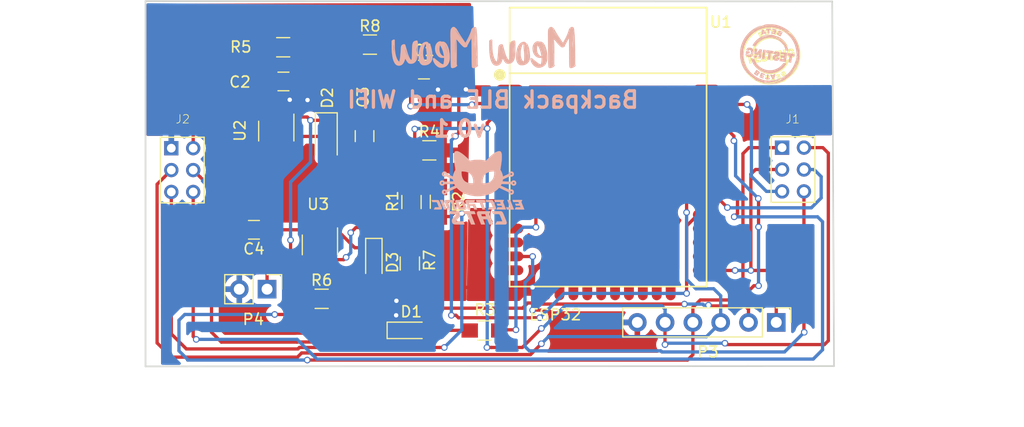
<source format=kicad_pcb>
(kicad_pcb (version 20221018) (generator pcbnew)
  (title_block (title "Backpack BLE HID") (date "2019-03-18") (rev "0.3") (company "Electronic Cats") (comment 4 "Andres Sabas"))
  (layers (0 "F.Cu" signal) (31 "B.Cu" signal) (34 "B.Paste" user) (35 "F.Paste" user) (36 "B.SilkS" user "B.Silkscreen") (37 "F.SilkS" user "F.Silkscreen") (38 "B.Mask" user) (39 "F.Mask" user) (44 "Edge.Cuts" user))
  (net 0 "")
  (net 1 "+3V3")
  (net 2 "GND")
  (net 3 "VCC")
  (net 4 "+BATT")
  (net 5 "Net-(D1-Pad2)")
  (net 6 "Net-(D3-Pad1)")
  (net 7 "Net-(D3-Pad2)")
  (net 8 "/MOSI")
  (net 9 "/MISO")
  (net 10 "/SCK")
  (net 11 "/AN35_BAT")
  (net 12 "Net-(R5-Pad1)")
  (net 13 "Net-(R7-Pad1)")
  (net 14 "Net-(R7-Pad2)")
  (net 15 "Net-(U1-Pad36)")
  (net 16 "Net-(U1-Pad33)")
  (net 17 "Net-(U1-Pad32)")
  (net 18 "Net-(U1-Pad28)")
  (net 19 "Net-(U1-Pad27)")
  (net 20 "Net-(U1-Pad26)")
  (net 21 "Net-(U1-Pad24)")
  (net 22 "Net-(U1-Pad23)")
  (net 23 "Net-(U1-Pad22)")
  (net 24 "Net-(U1-Pad21)")
  (net 25 "Net-(U1-Pad20)")
  (net 26 "Net-(U1-Pad19)")
  (net 27 "Net-(U1-Pad18)")
  (net 28 "Net-(U1-Pad17)")
  (net 29 "Net-(U1-Pad14)")
  (net 30 "Net-(U1-Pad12)")
  (net 31 "Net-(U1-Pad11)")
  (net 32 "Net-(U1-Pad8)")
  (net 33 "Net-(U1-Pad6)")
  (net 34 "Net-(U1-Pad5)")
  (net 35 "Net-(U1-Pad4)")
  (net 36 "/ESP_GPIO0")
  (net 37 "/ESP_RESET")
  (net 38 "/ESP_RTS")
  (net 39 "/ESP_BUSY")
  (net 40 "/ESP_TX")
  (net 41 "/ESP_RX")
  (net 42 "/ESP_CS")
  (net 43 "/IO25")
  (net 44 "Net-(U1-Pad16)")
  (net 45 "Net-(U1-Pad7)")
  (footprint "LEDs:LED_0805_HandSoldering" (layer "F.Cu") (at 166.588 101.198 -90)
    (fp_text reference "D3")
    (fp_text value "LED")
  )
  (footprint "Resistors_SMD:R_0805_HandSoldering" (layer "F.Cu") (at 169.878 101.288 90)
    (fp_text reference "R7")
    (fp_text value "4.7K")
  )
  (footprint "Resistors_SMD:R_0805_HandSoldering" (layer "F.Cu") (at 170.028 95.673 -90)
    (fp_text reference "R1")
    (fp_text value "100k")
  )
  (footprint "Resistors_SMD:R_0805_HandSoldering" (layer "F.Cu") (at 172.628 95.648 -90)
    (fp_text reference "R2")
    (fp_text value "100k")
  )
  (footprint "Capacitors_SMD:C_0805_HandSoldering" (layer "F.Cu") (at 165.738 89.648 90)
    (fp_text reference "C3")
    (fp_text value "10uF")
  )
  (footprint "Capacitors_SMD:C_0805_HandSoldering" (layer "F.Cu") (at 171.168 83.568)
    (fp_text reference "C1")
    (fp_text value "0.1uF")
  )
  (footprint "Resistors_SMD:R_0805_HandSoldering" (layer "F.Cu") (at 171.658 90.948)
    (fp_text reference "R4")
    (fp_text value "10k")
  )
  (footprint "Resistors_SMD:R_0805_HandSoldering" (layer "F.Cu") (at 176.7 107.415 180)
    (fp_text reference "R3")
    (fp_text value "330")
  )
  (footprint "ESP32-footprints-Lib:ESP32-WROOM" (layer "F.Cu") (at 188 90.65 180)
    (fp_text reference "U1")
    (fp_text value "ESP32-WROOM")
  )
  (footprint "Pin_Headers:Pin_Header_Straight_1x06_Pitch2.54mm" (layer "F.Cu") (at 203.37 106.675 -90)
    (fp_text reference "P3")
    (fp_text value "PROGRAMMER SERIAL")
  )
  (footprint "LEDs:LED_0805_HandSoldering" (layer "F.Cu") (at 170 107.4)
    (fp_text reference "D1")
    (fp_text value "LED")
  )
  (footprint "TO_SOT_Packages_SMD:SOT-23-5_HandSoldering" (layer "F.Cu") (at 157.668 89.188 -90)
    (fp_text reference "U2")
    (fp_text value "AP2112K-3.3TRG1")
  )
  (footprint "Capacitors_SMD:C_0805_HandSoldering" (layer "F.Cu") (at 158.325 84.65 180)
    (fp_text reference "C2")
    (fp_text value "10uF")
  )
  (footprint "Resistors_SMD:R_0805_HandSoldering" (layer "F.Cu") (at 158.3 81.525)
    (fp_text reference "R5")
    (fp_text value "10k")
  )
  (footprint "Diodes_SMD:D_SOD-123F" (layer "F.Cu") (at 162.238 89.718 -90)
    (fp_text reference "D2")
    (fp_text value "D_Schottky")
  )
  (footprint "Pin_Headers:Pin_Header_Straight_1x02_Pitch2.54mm" (layer "F.Cu") (at 156.828 103.638 -90)
    (fp_text reference "P4")
    (fp_text value "Battery")
  )
  (footprint "TO_SOT_Packages_SMD:SOT-23-5_HandSoldering" (layer "F.Cu") (at 161.658 99.588 -90)
    (fp_text reference "U3")
    (fp_text value "MCP73831T-2ACI/OT")
  )
  (footprint "Resistors_SMD:R_0805_HandSoldering" (layer "F.Cu") (at 161.818 104.518)
    (fp_text reference "R6")
    (fp_text value "1K")
  )
  (footprint "Capacitors_SMD:C_0805_HandSoldering" (layer "F.Cu") (at 155.628 98.208 180)
    (fp_text reference "C4")
    (fp_text value "10uF")
  )
  (footprint "Resistors_SMD:R_0805_HandSoldering" (layer "F.Cu") (at 166.233 81.283)
    (fp_text reference "R8")
    (fp_text value "10K")
  )
  (footprint "Aesthetics:beta_testing" (layer "F.Cu") (at 202.833 82.333)
    (fp_text reference "G***" hide)
    (fp_text value "LOGO" hide)
  )
  (footprint "Pines:62000621121" (layer "F.Cu") (at 204.9 92.7 -90)
    (fp_text reference "J1")
    (fp_text value "Conn_02x03_Odd_Even")
  )
  (footprint "Pines:62000621121" (layer "F.Cu") (at 149.075 92.75 -90)
    (fp_text reference "J2")
    (fp_text value "Conn_02x03_Odd_Even")
  )
  (footprint "Aesthetics:electronic_cats_logo_8x6" (layer "B.Cu") (at 176.1 94.375 180)
    (fp_text reference "G***" hide)
    (fp_text value "LOGO" hide)
  )
  (footprint "Aesthetics:meowmeow_logo_21x8" (layer "B.Cu") (at 176.575 81.65 180)
    (fp_text reference "G***" hide)
    (fp_text value "LOGO" hide)
  )
  (footprint "Aesthetics:beta_testing" (layer "B.Cu") (at 202.8 82.25 180)
    (fp_text reference "G***" hide)
    (fp_text value "LOGO" hide)
  )
  (gr_line (start 208.488 77.338) (end 208.648 110.668) (stroke (width 0.15)) (layer "Edge.Cuts"))
  (gr_line (start 208.648 110.668) (end 145.718 110.698) (stroke (width 0.15)) (layer "Edge.Cuts"))
  (gr_line (start 145.718 77.308) (end 208.488 77.338) (stroke (width 0.15)) (layer "Edge.Cuts"))
  (gr_line (start 145.718 110.698) (end 145.718 77.308) (stroke (width 0.15)) (layer "Edge.Cuts"))
  (gr_text "v0.1" (at 174.425 88.975) (layer "B.SilkS") (effects (font (size 1.5 1.5) (thickness 0.3)) (justify mirror)))
  (gr_text "Backpack BLE and WIFI" (at 177.475 86.325) (layer "B.SilkS") (effects (font (size 1.5 1.5) (thickness 0.3)) (justify mirror)))
  (segment (start 165.45 85.45) (end 167.25 85.45) (width 0.3) (layer "F.Cu") (net 1))
  (segment (start 167.45 85.65) (end 167.25 85.45) (width 0.3) (layer "F.Cu") (net 1))
  (segment (start 167.45 85.65) (end 167.65 85.45) (width 0.3) (layer "F.Cu") (net 1))
  (segment (start 166.663 90.898) (end 167.45 90.111) (width 0.3) (layer "F.Cu") (net 1))
  (segment (start 160.106 89.675) (end 163.25 89.675) (width 0.3) (layer "F.Cu") (net 1))
  (segment (start 164.883 84.883) (end 165.45 85.45) (width 0.3) (layer "F.Cu") (net 1))
  (segment (start 169.95 83.6) (end 169.918 83.568) (width 0.3) (layer "F.Cu") (net 1))
  (segment (start 164.883 81.283) (end 164.883 84.883) (width 0.3) (layer "F.Cu") (net 1))
  (segment (start 167.45 85.45) (end 167.65 85.45) (width 0.3) (layer "F.Cu") (net 1))
  (segment (start 159.243 90.538) (end 160.106 89.675) (width 0.3) (layer "F.Cu") (net 1))
  (segment (start 169.95 85.775) (end 169.95 83.6) (width 0.3) (layer "F.Cu") (net 1))
  (segment (start 167.45 85.775) (end 167.45 85.65) (width 0.3) (layer "F.Cu") (net 1))
  (segment (start 167.45 85.775) (end 167.45 85.45) (width 0.3) (layer "F.Cu") (net 1))
  (segment (start 167.65 85.45) (end 169.7 85.45) (width 0.3) (layer "F.Cu") (net 1))
  (segment (start 167.45 90.111) (end 167.45 85.775) (width 0.3) (layer "F.Cu") (net 1))
  (segment (start 158.618 90.538) (end 159.243 90.538) (width 0.3) (layer "F.Cu") (net 1))
  (segment (start 169.7 85.45) (end 169.7 85.525) (width 0.3) (layer "F.Cu") (net 1))
  (segment (start 164.473 90.898) (end 165.738 90.898) (width 0.3) (layer "F.Cu") (net 1))
  (segment (start 175.655 86.67) (end 175.55 86.775) (width 0.3) (layer "F.Cu") (net 1))
  (segment (start 169.7 85.45) (end 169.7 85.386) (width 0.3) (layer "F.Cu") (net 1))
  (segment (start 169.7 85.386) (end 169.918 85.168) (width 0.3) (layer "F.Cu") (net 1))
  (segment (start 179 86.67) (end 175.655 86.67) (width 0.3) (layer "F.Cu") (net 1))
  (segment (start 169.95 86.9) (end 169.95 85.775) (width 0.3) (layer "F.Cu") (net 1))
  (segment (start 167.25 85.45) (end 167.45 85.45) (width 0.3) (layer "F.Cu") (net 1))
  (segment (start 165.738 90.898) (end 166.663 90.898) (width 0.3) (layer "F.Cu") (net 1))
  (segment (start 169.918 85.168) (end 169.918 83.568) (width 0.3) (layer "F.Cu") (net 1))
  (segment (start 169.7 85.525) (end 169.95 85.775) (width 0.3) (layer "F.Cu") (net 1))
  (segment (start 163.25 89.675) (end 164.473 90.898) (width 0.3) (layer "F.Cu") (net 1))
  (via (at 169.95 86.9) (size 0.6) (drill 0.4) (layers "F.Cu" "B.Cu") (net 1))
  (via (at 175.55 86.775) (size 0.6) (drill 0.4) (layers "F.Cu" "B.Cu") (net 1))
  (segment (start 170.075 86.775) (end 169.95 86.9) (width 0.3) (layer "B.Cu") (net 1))
  (segment (start 175.55 86.775) (end 170.075 86.775) (width 0.3) (layer "B.Cu") (net 1))
  (segment (start 182.575 105.55) (end 181.1 105.55) (width 0.3) (layer "F.Cu") (net 2))
  (segment (start 172.175 104.7) (end 168.65 104.7) (width 0.3) (layer "F.Cu") (net 2))
  (segment (start 174.058 90.948) (end 174.475 91.365) (width 0.3) (layer "F.Cu") (net 2))
  (segment (start 165.738 87.348) (end 164.715 86.325) (width 0.3) (layer "F.Cu") (net 2))
  (segment (start 183.7 106.675) (end 182.575 105.55) (width 0.3) (layer "F.Cu") (net 2))
  (segment (start 172.628 104.247) (end 172.175 104.7) (width 0.3) (layer "F.Cu") (net 2))
  (segment (start 173.975 95.75) (end 173.975 96.625) (width 0.3) (layer "F.Cu") (net 2))
  (segment (start 172.628 103.747) (end 172.628 104.247) (width 0.3) (layer "F.Cu") (net 2))
  (segment (start 158.9 86.325) (end 158.475736 86.325) (width 0.3) (layer "F.Cu") (net 2))
  (segment (start 181.1 103.475) (end 173 103.475) (width 0.3) (layer "F.Cu") (net 2))
  (segment (start 190.67 106.675) (end 183.7 106.675) (width 0.3) (layer "F.Cu") (net 2))
  (segment (start 157.45 86.3) (end 157.525 86.3) (width 0.3) (layer "F.Cu") (net 2))
  (segment (start 172.45 85.4) (end 172.45 83.6) (width 0.3) (layer "F.Cu") (net 2))
  (segment (start 157.668 87.838) (end 157.668 86.443) (width 0.3) (layer "F.Cu") (net 2))
  (segment (start 168.625 106.025) (end 168.625 107.375) (width 0.3) (layer "F.Cu") (net 2))
  (segment (start 175.025 85.4) (end 175 85.375) (width 0.3) (layer "F.Cu") (net 2))
  (segment (start 174.475 91.365) (end 174.475 95.25) (width 0.3) (layer "F.Cu") (net 2))
  (segment (start 179 85.4) (end 175.025 85.4) (width 0.3) (layer "F.Cu") (net 2))
  (segment (start 173.602 96.998) (end 172.628 96.998) (width 0.3) (layer "F.Cu") (net 2))
  (segment (start 173.975 96.625) (end 173.602 96.998) (width 0.3) (layer "F.Cu") (net 2))
  (segment (start 157.45 86.3) (end 157.075 85.925) (width 0.3) (layer "F.Cu") (net 2))
  (segment (start 172.628 103.747) (end 172.728 103.747) (width 0.3) (layer "F.Cu") (net 2))
  (segment (start 182.21 103.475) (end 182.285 103.4) (width 0.3) (layer "F.Cu") (net 2))
  (segment (start 172.628 103.403) (end 172.628 103.747) (width 0.3) (layer "F.Cu") (net 2))
  (segment (start 172.628 96.998) (end 172.628 103.103) (width 0.3) (layer "F.Cu") (net 2))
  (segment (start 173 103.475) (end 172.7 103.475) (width 0.3) (layer "F.Cu") (net 2))
  (segment (start 172.728 103.747) (end 173 103.475) (width 0.3) (layer "F.Cu") (net 2))
  (segment (start 165.738 88.398) (end 165.738 87.348) (width 0.3) (layer "F.Cu") (net 2))
  (segment (start 174.475 95.25) (end 173.975 95.75) (width 0.3) (layer "F.Cu") (net 2))
  (segment (start 160.55 86.325) (end 160.525 86.35) (width 0.3) (layer "F.Cu") (net 2))
  (segment (start 181.1 103.475) (end 182.21 103.475) (width 0.3) (layer "F.Cu") (net 2))
  (segment (start 168.625 107.375) (end 168.65 107.4) (width 0.3) (layer "F.Cu") (net 2))
  (segment (start 157.525 86.3) (end 157.668 86.443) (width 0.3) (layer "F.Cu") (net 2))
  (segment (start 158.475736 86.325) (end 158.450736 86.3) (width 0.3) (layer "F.Cu") (net 2))
  (segment (start 172.7 103.475) (end 172.628 103.403) (width 0.3) (layer "F.Cu") (net 2))
  (segment (start 172.628 103.103) (end 173 103.475) (width 0.3) (layer "F.Cu") (net 2))
  (segment (start 172.628 103.103) (end 172.628 103.353) (width 0.3) (layer "F.Cu") (net 2))
  (segment (start 164.715 86.325) (end 160.55 86.325) (width 0.3) (layer "F.Cu") (net 2))
  (segment (start 157.075 85.925) (end 157.075 84.65) (width 0.3) (layer "F.Cu") (net 2))
  (segment (start 173.008 90.948) (end 174.058 90.948) (width 0.3) (layer "F.Cu") (net 2))
  (segment (start 158.450736 86.3) (end 157.8 86.3) (width 0.3) (layer "F.Cu") (net 2))
  (segment (start 157.668 86.443) (end 157.668 86.432) (width 0.3) (layer "F.Cu") (net 2))
  (segment (start 172.628 103.353) (end 172.628 103.403) (width 0.3) (layer "F.Cu") (net 2))
  (segment (start 172.45 83.6) (end 172.418 83.568) (width 0.3) (layer "F.Cu") (net 2))
  (segment (start 157.668 86.432) (end 157.8 86.3) (width 0.3) (layer "F.Cu") (net 2))
  (segment (start 157.8 86.3) (end 157.45 86.3) (width 0.3) (layer "F.Cu") (net 2))
  (via (at 160.525 86.35) (size 0.6) (drill 0.4) (layers "F.Cu" "B.Cu") (net 2))
  (via (at 168.65 104.7) (size 0.6) (drill 0.4) (layers "F.Cu" "B.Cu") (net 2))
  (via (at 181.1 103.475) (size 0.6) (drill 0.4) (layers "F.Cu" "B.Cu") (net 2))
  (via (at 158.9 86.325) (size 0.6) (drill 0.4) (layers "F.Cu" "B.Cu") (net 2))
  (via (at 181.1 105.55) (size 0.6) (drill 0.4) (layers "F.Cu" "B.Cu") (net 2))
  (via (at 175 85.375) (size 0.6) (drill 0.4) (layers "F.Cu" "B.Cu") (net 2))
  (via (at 168.625 106.025) (size 0.6) (drill 0.4) (layers "F.Cu" "B.Cu") (net 2))
  (via (at 172.45 85.4) (size 0.6) (drill 0.4) (layers "F.Cu" "B.Cu") (net 2))
  (segment (start 175 85.375) (end 172.9 85.375) (width 0.3) (layer "B.Cu") (net 2))
  (segment (start 168.65 106) (end 168.625 106.025) (width 0.3) (layer "B.Cu") (net 2))
  (segment (start 172.9 85.375) (end 172.475 85.375) (width 0.3) (layer "B.Cu") (net 2))
  (segment (start 158.925 86.35) (end 158.9 86.325) (width 0.3) (layer "B.Cu") (net 2))
  (segment (start 160.525 86.35) (end 158.925 86.35) (width 0.3) (layer "B.Cu") (net 2))
  (segment (start 181.1 105.55) (end 181.1 103.475) (width 0.3) (layer "B.Cu") (net 2))
  (segment (start 168.65 104.7) (end 168.65 106) (width 0.3) (layer "B.Cu") (net 2))
  (segment (start 172.475 85.375) (end 172.45 85.4) (width 0.3) (layer "B.Cu") (net 2))
  (segment (start 172.9 85.375) (end 172.675 85.375) (width 0.3) (layer "B.Cu") (net 2))
  (segment (start 195.75 106.675) (end 195.75 109.625) (width 0.3) (layer "F.Cu") (net 3))
  (segment (start 203.9 90.7) (end 202.946 90.7) (width 0.3) (layer "F.Cu") (net 3))
  (segment (start 160.500001 87.900001) (end 159.975001 87.900001) (width 0.3) (layer "F.Cu") (net 3))
  (segment (start 159.575 87.4) (end 159.575 87.7) (width 0.3) (layer "F.Cu") (net 3))
  (segment (start 159.575 87.4) (end 159.575 87.425) (width 0.3) (layer "F.Cu") (net 3))
  (segment (start 159.588 100.938) (end 158.975 100.325) (width 0.3) (layer "F.Cu") (net 3))
  (segment (start 196.425 104.625) (end 199.675 104.625) (width 0.3) (layer "F.Cu") (net 3))
  (segment (start 200.325 91.25) (end 200.875 90.7) (width 0.3) (layer "F.Cu") (net 3))
  (segment (start 162.12 88.2) (end 162.238 88.318) (width 0.3) (layer "F.Cu") (net 3))
  (segment (start 158.975 100.325) (end 158.975 99.15) (width 0.3) (layer "F.Cu") (net 3))
  (segment (start 157.525 105.95) (end 160.1 105.95) (width 0.3) (layer "F.Cu") (net 3))
  (segment (start 159.65 84.575) (end 159.575 84.65) (width 0.3) (layer "F.Cu") (net 3))
  (segment (start 195.75 109.625) (end 195.259047 110.115953) (width 0.3) (layer "F.Cu") (net 3))
  (segment (start 159.975001 87.900001) (end 159.913 87.838) (width 0.3) (layer "F.Cu") (net 3))
  (segment (start 160.468 102.932) (end 160.708 102.692) (width 0.3) (layer "F.Cu") (net 3))
  (segment (start 158.618 87.838) (end 159.262 87.838) (width 0.3) (layer "F.Cu") (net 3))
  (segment (start 160.708 100.938) (end 159.588 100.938) (width 0.3) (layer "F.Cu") (net 3))
  (segment (start 159.65 81.525) (end 159.65 84.575) (width 0.3) (layer "F.Cu") (net 3))
  (segment (start 160.8 88.2) (end 162.12 88.2) (width 0.3) (layer "F.Cu") (net 3))
  (segment (start 159.262 87.838) (end 159.713 87.838) (width 0.3) (layer "F.Cu") (net 3))
  (segment (start 160.468 104.518) (end 160.468 102.932) (width 0.3) (layer "F.Cu") (net 3))
  (segment (start 199.675 104.625) (end 200.325 103.975) (width 0.3) (layer "F.Cu") (net 3))
  (segment (start 159.575 84.65) (end 159.575 87.4) (width 0.3) (layer "F.Cu") (net 3))
  (segment (start 195.75 105.3) (end 196.425 104.625) (width 0.3) (layer "F.Cu") (net 3))
  (segment (start 159.575 87.4) (end 159.575 87.525) (width 0.3) (layer "F.Cu") (net 3))
  (segment (start 159.575 87.7) (end 159.713 87.838) (width 0.3) (layer "F.Cu") (net 3))
  (segment (start 159.575 87.525) (end 159.262 87.838) (width 0.3) (layer "F.Cu") (net 3))
  (segment (start 200.875 90.7) (end 203.9 90.7) (width 0.3) (layer "F.Cu") (net 3))
  (segment (start 159.575 87.4) (end 159.575 87.5) (width 0.3) (layer "F.Cu") (net 3))
  (segment (start 160.1 105.95) (end 160.468 105.582) (width 0.3) (layer "F.Cu") (net 3))
  (segment (start 200.325 103.975) (end 200.325 91.25) (width 0.3) (layer "F.Cu") (net 3))
  (segment (start 195.259047 110.115953) (end 160.499948 110.115953) (width 0.3) (layer "F.Cu") (net 3))
  (segment (start 159.575 87.5) (end 159.913 87.838) (width 0.3) (layer "F.Cu") (net 3))
  (segment (start 159.713 87.838) (end 159.913 87.838) (width 0.3) (layer "F.Cu") (net 3))
  (segment (start 160.8 88.2) (end 160.500001 87.900001) (width 0.3) (layer "F.Cu") (net 3))
  (segment (start 195.75 106.675) (end 195.75 105.3) (width 0.3) (layer "F.Cu") (net 3))
  (segment (start 160.468 105.582) (end 160.468 104.518) (width 0.3) (layer "F.Cu") (net 3))
  (segment (start 160.708 102.692) (end 160.708 100.938) (width 0.3) (layer "F.Cu") (net 3))
  (via (at 158.975 99.15) (size 0.6) (drill 0.4) (layers "F.Cu" "B.Cu") (net 3))
  (via (at 157.525 105.95) (size 0.6) (drill 0.4) (layers "F.Cu" "B.Cu") (net 3))
  (via (at 160.499948 110.115953) (size 0.6) (drill 0.4) (layers "F.Cu" "B.Cu") (net 3))
  (via (at 160.8 88.2) (size 0.6) (drill 0.4) (layers "F.Cu" "B.Cu") (net 3))
  (segment (start 149.565953 110.065953) (end 148.775 109.275) (width 0.3) (layer "B.Cu") (net 3))
  (segment (start 158.975 99.15) (end 158.975 93.85) (width 0.3) (layer "B.Cu") (net 3))
  (segment (start 148.775 109.275) (end 148.775 106.475) (width 0.3) (layer "B.Cu") (net 3))
  (segment (start 160.499948 110.115953) (end 149.565953 110.115953) (width 0.3) (layer "B.Cu") (net 3))
  (segment (start 160.8 92.025) (end 160.8 90.55) (width 0.3) (layer "B.Cu") (net 3))
  (segment (start 149.565953 110.115953) (end 149.565953 110.065953) (width 0.3) (layer "B.Cu") (net 3))
  (segment (start 160.8 88.4) (end 160.8 88.2) (width 0.3) (layer "B.Cu") (net 3))
  (segment (start 148.775 106.475) (end 149.3 105.95) (width 0.3) (layer "B.Cu") (net 3))
  (segment (start 160.8 90.55) (end 160.8 88.95) (width 0.3) (layer "B.Cu") (net 3))
  (segment (start 149.3 105.95) (end 157.525 105.95) (width 0.3) (layer "B.Cu") (net 3))
  (segment (start 158.975 93.85) (end 160.8 92.025) (width 0.3) (layer "B.Cu") (net 3))
  (segment (start 160.8 88.95) (end 160.8 88.4) (width 0.3) (layer "B.Cu") (net 3))
  (segment (start 162.727 94.323) (end 162.523 94.323) (width 0.3) (layer "F.Cu") (net 4))
  (segment (start 162.4125 94.2125) (end 162.238 94.038) (width 0.3) (layer "F.Cu") (net 4))
  (segment (start 156.828 103.638) (end 156.828 98.258) (width 0.3) (layer "F.Cu") (net 4))
  (segment (start 156.828 98.258) (end 156.878 98.208) (width 0.3) (layer "F.Cu") (net 4))
  (segment (start 162.302 94.323) (end 162.15 94.475) (width 0.3) (layer "F.Cu") (net 4))
  (segment (start 162.523 94.323) (end 162.4125 94.2125) (width 0.3) (layer "F.Cu") (net 4))
  (segment (start 162.727 94.323) (end 162.302 94.323) (width 0.3) (layer "F.Cu") (net 4))
  (segment (start 162.2375 94.3875) (end 162.2375 94.0385) (width 0.3) (layer "F.Cu") (net 4))
  (segment (start 156.878 98.208) (end 160.678 98.208) (width 0.3) (layer "F.Cu") (net 4))
  (segment (start 162.15 94.475) (end 162.2375 94.3875) (width 0.3) (layer "F.Cu") (net 4))
  (segment (start 170.028 94.323) (end 162.727 94.323) (width 0.3) (layer "F.Cu") (net 4))
  (segment (start 160.708 95.917) (end 162.15 94.475) (width 0.3) (layer "F.Cu") (net 4))
  (segment (start 162.2375 94.3875) (end 162.4125 94.2125) (width 0.3) (layer "F.Cu") (net 4))
  (segment (start 160.708 98.238) (end 160.708 95.917) (width 0.3) (layer "F.Cu") (net 4))
  (segment (start 162.238 94.038) (end 162.238 91.118) (width 0.3) (layer "F.Cu") (net 4))
  (segment (start 160.678 98.208) (end 160.708 98.238) (width 0.3) (layer "F.Cu") (net 4))
  (segment (start 162.2375 94.0385) (end 162.238 94.038) (width 0.3) (layer "F.Cu") (net 4))
  (segment (start 171.35 107.4) (end 175.335 107.4) (width 0.3) (layer "F.Cu") (net 5))
  (segment (start 175.335 107.4) (end 175.35 107.415) (width 0.3) (layer "F.Cu") (net 5))
  (segment (start 164.843 99.848) (end 165.638 99.848) (width 0.3) (layer "F.Cu") (net 6))
  (segment (start 165.638 99.848) (end 166.588 99.848) (width 0.3) (layer "F.Cu") (net 6))
  (segment (start 163.233 98.238) (end 164.843 99.848) (width 0.3) (layer "F.Cu") (net 6))
  (segment (start 162.608 98.238) (end 163.233 98.238) (width 0.3) (layer "F.Cu") (net 6))
  (segment (start 166.232 104.518) (end 166.588 104.162) (width 0.3) (layer "F.Cu") (net 7))
  (segment (start 163.168 104.518) (end 166.232 104.518) (width 0.3) (layer "F.Cu") (net 7))
  (segment (start 166.588 104.162) (end 166.588 102.548) (width 0.3) (layer "F.Cu") (net 7))
  (segment (start 179.01 100.65) (end 179 100.64) (width 0.3) (layer "F.Cu") (net 8))
  (segment (start 181.1 100.65) (end 179.01 100.65) (width 0.3) (layer "F.Cu") (net 8))
  (segment (start 205.9 94.7) (end 205.9 107.55) (width 0.3) (layer "F.Cu") (net 8))
  (segment (start 205.9 107.55) (end 205.925 107.575) (width 0.3) (layer "F.Cu") (net 8))
  (via (at 205.925 107.575) (size 0.6) (drill 0.4) (layers "F.Cu" "B.Cu") (net 8))
  (via (at 181.1 100.65) (size 0.6) (drill 0.4) (layers "F.Cu" "B.Cu") (net 8))
  (segment (start 204.124998 109.375002) (end 192.912998 109.375002) (width 0.3) (layer "B.Cu") (net 8))
  (segment (start 205.925 107.575) (end 204.124998 109.375002) (width 0.3) (layer "B.Cu") (net 8))
  (segment (start 180.4 103.025) (end 181.1 102.325) (width 0.3) (layer "B.Cu") (net 8))
  (segment (start 192.912998 109.375002) (end 192.812996 109.275) (width 0.3) (layer "B.Cu") (net 8))
  (segment (start 180.8 109.275) (end 180.4 108.875) (width 0.3) (layer "B.Cu") (net 8))
  (segment (start 181.1 102.325) (end 181.1 100.65) (width 0.3) (layer "B.Cu") (net 8))
  (segment (start 180.4 108.875) (end 180.4 103.025) (width 0.3) (layer "B.Cu") (net 8))
  (segment (start 192.812996 109.275) (end 180.8 109.275) (width 0.3) (layer "B.Cu") (net 8))
  (segment (start 200.7 86.75) (end 197.08 86.75) (width 0.3) (layer "F.Cu") (net 9))
  (segment (start 197.08 86.75) (end 197 86.67) (width 0.3) (layer "F.Cu") (net 9))
  (via (at 200.7 86.75) (size 0.6) (drill 0.4) (layers "F.Cu" "B.Cu") (net 9))
  (segment (start 201.1 87.15) (end 200.7 86.75) (width 0.3) (layer "B.Cu") (net 9))
  (segment (start 201.1 93.325) (end 201.1 87.15) (width 0.3) (layer "B.Cu") (net 9))
  (segment (start 203.9 94.7) (end 202.475 94.7) (width 0.3) (layer "B.Cu") (net 9))
  (segment (start 202.475 94.7) (end 201.1 93.325) (width 0.3) (layer "B.Cu") (net 9))
  (segment (start 197 95.56) (end 198.285 95.56) (width 0.3) (layer "F.Cu") (net 10))
  (segment (start 198.285 95.56) (end 198.9 96.175) (width 0.3) (layer "F.Cu") (net 10))
  (via (at 198.9 96.175) (size 0.6) (drill 0.4) (layers "F.Cu" "B.Cu") (net 10))
  (segment (start 205.9 92.7) (end 206.824895 92.7) (width 0.3) (layer "B.Cu") (net 10))
  (segment (start 199.675 96.2) (end 198.925 96.2) (width 0.3) (layer "B.Cu") (net 10))
  (segment (start 206.824895 92.7) (end 207.475 93.350105) (width 0.3) (layer "B.Cu") (net 10))
  (segment (start 207.475 93.350105) (end 207.475 95.3) (width 0.3) (layer "B.Cu") (net 10))
  (segment (start 207.475 95.3) (end 206.575 96.2) (width 0.3) (layer "B.Cu") (net 10))
  (segment (start 206.575 96.2) (end 199.675 96.2) (width 0.3) (layer "B.Cu") (net 10))
  (segment (start 198.925 96.2) (end 198.9 96.175) (width 0.3) (layer "B.Cu") (net 10))
  (segment (start 172.628 94.298) (end 171.678 94.298) (width 0.3) (layer "F.Cu") (net 11))
  (segment (start 171.4 94.576) (end 171.4 96.8) (width 0.3) (layer "F.Cu") (net 11))
  (segment (start 171.678 94.298) (end 171.4 94.576) (width 0.3) (layer "F.Cu") (net 11))
  (segment (start 171.4 96.8) (end 171.177 97.023) (width 0.3) (layer "F.Cu") (net 11))
  (segment (start 171.177 97.023) (end 170.028 97.023) (width 0.3) (layer "F.Cu") (net 11))
  (segment (start 156.718 87.838) (end 156.093 87.838) (width 0.3) (layer "F.Cu") (net 12))
  (segment (start 154.85 86.595) (end 154.85 82.1) (width 0.3) (layer "F.Cu") (net 12))
  (segment (start 155.425 81.525) (end 156.95 81.525) (width 0.3) (layer "F.Cu") (net 12))
  (segment (start 156.093 87.838) (end 154.85 86.595) (width 0.3) (layer "F.Cu") (net 12))
  (segment (start 154.85 82.1) (end 155.425 81.525) (width 0.3) (layer "F.Cu") (net 12))
  (segment (start 162.608 100.938) (end 163.837 100.938) (width 0.3) (layer "F.Cu") (net 13))
  (segment (start 167.425 98) (end 165.25 98) (width 0.3) (layer "F.Cu") (net 13))
  (segment (start 163.837 100.938) (end 164.05 100.725) (width 0.3) (layer "F.Cu") (net 13))
  (segment (start 168 98.575) (end 167.425 98) (width 0.3) (layer "F.Cu") (net 13))
  (segment (start 168 101.71) (end 168 98.575) (width 0.3) (layer "F.Cu") (net 13))
  (segment (start 164.95 98) (end 164.475 98.475) (width 0.3) (layer "F.Cu") (net 13))
  (segment (start 168.928 102.638) (end 168 101.71) (width 0.3) (layer "F.Cu") (net 13))
  (segment (start 165.25 98) (end 164.95 98) (width 0.3) (layer "F.Cu") (net 13))
  (segment (start 169.878 102.638) (end 168.928 102.638) (width 0.3) (layer "F.Cu") (net 13))
  (via (at 164.475 98.475) (size 0.6) (drill 0.4) (layers "F.Cu" "B.Cu") (net 13))
  (via (at 164.05 100.725) (size 0.6) (drill 0.4) (layers "F.Cu" "B.Cu") (net 13))
  (segment (start 164.475 100.3) (end 164.05 100.725) (width 0.3) (layer "B.Cu") (net 13))
  (segment (start 164.475 98.475) (end 164.475 100.3) (width 0.3) (layer "B.Cu") (net 13))
  (segment (start 168.525 99.535) (end 168.525 98.05) (width 0.3) (layer "F.Cu") (net 14))
  (segment (start 162 96.6) (end 161.658 96.942) (width 0.3) (layer "F.Cu") (net 14))
  (segment (start 168.525 98.05) (end 167.075 96.6) (width 0.3) (layer "F.Cu") (net 14))
  (segment (start 167.075 96.6) (end 162 96.6) (width 0.3) (layer "F.Cu") (net 14))
  (segment (start 161.658 96.942) (end 161.658 98.238) (width 0.3) (layer "F.Cu") (net 14))
  (segment (start 169.878 99.938) (end 168.928 99.938) (width 0.3) (layer "F.Cu") (net 14))
  (segment (start 168.928 99.938) (end 168.525 99.535) (width 0.3) (layer "F.Cu") (net 14))
  (segment (start 201.05 93.125) (end 201.05 101.925) (width 0.3) (layer "F.Cu") (net 36))
  (segment (start 199.6 101.925) (end 197.015 101.925) (width 0.3) (layer "F.Cu") (net 36))
  (segment (start 197.015 101.925) (end 197 101.91) (width 0.3) (layer "F.Cu") (net 36))
  (segment (start 202.8 101.925) (end 201.05 101.925) (width 0.3) (layer "F.Cu") (net 36))
  (segment (start 203.37 102.495) (end 202.8 101.925) (width 0.3) (layer "F.Cu") (net 36))
  (segment (start 201.475 92.7) (end 201.05 93.125) (width 0.3) (layer "F.Cu") (net 36))
  (segment (start 203.37 106.675) (end 203.37 102.495) (width 0.3) (layer "F.Cu") (net 36))
  (segment (start 203.9 92.7) (end 201.475 92.7) (width 0.3) (layer "F.Cu") (net 36))
  (via (at 199.6 101.925) (size 0.6) (drill 0.4) (layers "F.Cu" "B.Cu") (net 36))
  (via (at 201.05 101.925) (size 0.6) (drill 0.4) (layers "F.Cu" "B.Cu") (net 36))
  (segment (start 201.05 101.925) (end 199.6 101.925) (width 0.3) (layer "B.Cu") (net 36))
  (segment (start 208.129552 108.345448) (end 207.775 108.7) (width 0.3) (layer "F.Cu") (net 37))
  (segment (start 207.625 90.7) (end 208.129552 91.204552) (width 0.3) (layer "F.Cu") (net 37))
  (segment (start 179 87.94) (end 177.45 87.94) (width 0.3) (layer "F.Cu") (net 37))
  (segment (start 180.159068 108.965932) (end 177.349264 108.965932) (width 0.3) (layer "F.Cu") (net 37))
  (segment (start 205.9 90.7) (end 207.625 90.7) (width 0.3) (layer "F.Cu") (net 37))
  (segment (start 177.45 87.94) (end 176.95 88.44) (width 0.3) (layer "F.Cu") (net 37))
  (segment (start 176.95 88.44) (end 176.95 88.95) (width 0.3) (layer "F.Cu") (net 37))
  (segment (start 198.8 108.7) (end 198.675 108.575) (width 0.3) (layer "F.Cu") (net 37))
  (segment (start 193.2 108.7) (end 193.2 106.685) (width 0.3) (layer "F.Cu") (net 37))
  (segment (start 207.775 108.7) (end 198.8 108.7) (width 0.3) (layer "F.Cu") (net 37))
  (segment (start 170.325 89) (end 170.325 90.931) (width 0.3) (layer "F.Cu") (net 37))
  (segment (start 170.325 90.931) (end 170.308 90.948) (width 0.3) (layer "F.Cu") (net 37))
  (segment (start 177.349264 108.965932) (end 176.925 108.965932) (width 0.3) (layer "F.Cu") (net 37))
  (segment (start 181.9 107.225) (end 180.159068 108.965932) (width 0.3) (layer "F.Cu") (net 37))
  (segment (start 208.129552 91.204552) (end 208.129552 108.345448) (width 0.3) (layer "F.Cu") (net 37))
  (segment (start 193.2 106.685) (end 193.21 106.675) (width 0.3) (layer "F.Cu") (net 37))
  (via (at 170.325 89) (size 0.6) (drill 0.4) (layers "F.Cu" "B.Cu") (net 37))
  (via (at 176.925 108.965932) (size 0.6) (drill 0.4) (layers "F.Cu" "B.Cu") (net 37))
  (via (at 176.95 88.95) (size 0.6) (drill 0.4) (layers "F.Cu" "B.Cu") (net 37))
  (via (at 181.9 107.225) (size 0.6) (drill 0.4) (layers "F.Cu" "B.Cu") (net 37))
  (via (at 193.2 108.7) (size 0.6) (drill 0.4) (layers "F.Cu" "B.Cu") (net 37))
  (via (at 198.675 108.575) (size 0.6) (drill 0.4) (layers "F.Cu" "B.Cu") (net 37))
  (segment (start 184.075 105.15) (end 182 107.225) (width 0.3) (layer "B.Cu") (net 37))
  (segment (start 193.325 108.575) (end 193.2 108.7) (width 0.3) (layer "B.Cu") (net 37))
  (segment (start 198.675 108.575) (end 193.325 108.575) (width 0.3) (layer "B.Cu") (net 37))
  (segment (start 192.887081 105.15) (end 184.075 105.15) (width 0.3) (layer "B.Cu") (net 37))
  (segment (start 176.95 88.95) (end 176.95 108.940932) (width 0.3) (layer "B.Cu") (net 37))
  (segment (start 193.21 106.675) (end 193.21 105.472919) (width 0.3) (layer "B.Cu") (net 37))
  (segment (start 176.95 88.95) (end 170.375 88.95) (width 0.3) (layer "B.Cu") (net 37))
  (segment (start 182 107.225) (end 181.9 107.225) (width 0.3) (layer "B.Cu") (net 37))
  (segment (start 176.95 108.940932) (end 176.925 108.965932) (width 0.3) (layer "B.Cu") (net 37))
  (segment (start 193.21 105.472919) (end 192.887081 105.15) (width 0.3) (layer "B.Cu") (net 37))
  (segment (start 170.375 88.95) (end 170.325 89) (width 0.3) (layer "B.Cu") (net 37))
  (segment (start 150.075 107.95) (end 150.35 108.225) (width 0.3) (layer "F.Cu") (net 38))
  (segment (start 150.075 94.75) (end 150.075 107.95) (width 0.3) (layer "F.Cu") (net 38))
  (segment (start 199.824999 94.974999) (end 199.14 94.29) (width 0.3) (layer "F.Cu") (net 38))
  (segment (start 199.525 97.025) (end 199.824999 96.725001) (width 0.3) (layer "F.Cu") (net 38))
  (segment (start 199.824999 96.725001) (end 199.824999 94.974999) (width 0.3) (layer "F.Cu") (net 38))
  (segment (start 198.55 94.29) (end 197 94.29) (width 0.3) (layer "F.Cu") (net 38))
  (segment (start 199.14 94.29) (end 198.55 94.29) (width 0.3) (layer "F.Cu") (net 38))
  (via (at 150.35 108.225) (size 0.6) (drill 0.4) (layers "F.Cu" "B.Cu") (net 38))
  (via (at 199.525 97.025) (size 0.6) (drill 0.4) (layers "F.Cu" "B.Cu") (net 38))
  (segment (start 161.370997 110.025) (end 206.75 110.025) (width 0.3) (layer "B.Cu") (net 38))
  (segment (start 159.570997 108.225) (end 161.370997 110.025) (width 0.3) (layer "B.Cu") (net 38))
  (segment (start 150.35 108.225) (end 159.570997 108.225) (width 0.3) (layer "B.Cu") (net 38))
  (segment (start 199.949264 97.025) (end 199.525 97.025) (width 0.3) (layer "B.Cu") (net 38))
  (segment (start 207.15 97.025) (end 199.949264 97.025) (width 0.3) (layer "B.Cu") (net 38))
  (segment (start 206.75 110.025) (end 207.6 109.175) (width 0.3) (layer "B.Cu") (net 38))
  (segment (start 207.6 97.475) (end 207.15 97.025) (width 0.3) (layer "B.Cu") (net 38))
  (segment (start 207.6 109.175) (end 207.6 97.475) (width 0.3) (layer "B.Cu") (net 38))
  (segment (start 159.780938 108.965932) (end 172.600736 108.965932) (width 0.3) (layer "F.Cu") (net 39))
  (segment (start 172.600736 108.965932) (end 173.025 108.965932) (width 0.3) (layer "F.Cu") (net 39))
  (segment (start 149.45 109.1) (end 159.64687 109.1) (width 0.3) (layer "F.Cu") (net 39))
  (segment (start 148.075 94.75) (end 148.075 107.725) (width 0.3) (layer "F.Cu") (net 39))
  (segment (start 175.015 95.56) (end 179 95.56) (width 0.3) (layer "F.Cu") (net 39))
  (segment (start 174.625 96.725) (end 174.625 95.95) (width 0.3) (layer "F.Cu") (net 39))
  (segment (start 174.625 95.95) (end 175.015 95.56) (width 0.3) (layer "F.Cu") (net 39))
  (segment (start 159.64687 109.1) (end 159.780938 108.965932) (width 0.3) (layer "F.Cu") (net 39))
  (segment (start 148.075 107.725) (end 149.45 109.1) (width 0.3) (layer "F.Cu") (net 39))
  (via (at 173.025 108.965932) (size 0.6) (drill 0.4) (layers "F.Cu" "B.Cu") (net 39))
  (via (at 174.625 96.725) (size 0.6) (drill 0.4) (layers "F.Cu" "B.Cu") (net 39))
  (segment (start 174.625 96.725) (end 174.625 107.365932) (width 0.3) (layer "B.Cu") (net 39))
  (segment (start 174.625 97.149264) (end 174.625 96.725) (width 0.3) (layer "B.Cu") (net 39))
  (segment (start 174.625 107.365932) (end 173.324999 108.665933) (width 0.3) (layer "B.Cu") (net 39))
  (segment (start 173.324999 108.665933) (end 173.025 108.965932) (width 0.3) (layer "B.Cu") (net 39))
  (segment (start 180.650002 104.899998) (end 180.175 105.375) (width 0.3) (layer "F.Cu") (net 40))
  (segment (start 200.63 105.28) (end 200.83 105.48) (width 0.3) (layer "F.Cu") (net 40))
  (segment (start 161.151207 108.465929) (end 159.573819 108.465929) (width 0.3) (layer "F.Cu") (net 40))
  (segment (start 200.63 105.17) (end 200.63 105.28) (width 0.3) (layer "F.Cu") (net 40))
  (segment (start 199.5 89.650736) (end 199.059264 89.21) (width 0.3) (layer "F.Cu") (net 40))
  (segment (start 181.412002 104.899998) (end 180.650002 104.899998) (width 0.3) (layer "F.Cu") (net 40))
  (segment (start 200.83 105.17) (end 200.63 105.17) (width 0.3) (layer "F.Cu") (net 40))
  (segment (start 197.245 105.17) (end 197.20001 105.12501) (width 0.3) (layer "F.Cu") (net 40))
  (segment (start 199.059264 89.21) (end 198.55 89.21) (width 0.3) (layer "F.Cu") (net 40))
  (segment (start 159.573819 108.465929) (end 159.564748 108.475) (width 0.3) (layer "F.Cu") (net 40))
  (segment (start 201.75 97.95) (end 201.75 95.375) (width 0.3) (layer "F.Cu") (net 40))
  (segment (start 164.242136 105.375) (end 161.151207 108.465929) (width 0.3) (layer "F.Cu") (net 40))
  (segment (start 201.75 103.325) (end 201.325736 103.325) (width 0.3) (layer "F.Cu") (net 40))
  (segment (start 200.83 106.675) (end 200.83 105.48) (width 0.3) (layer "F.Cu") (net 40))
  (segment (start 201.775 103.35) (end 201.75 103.325) (width 0.3) (layer "F.Cu") (net 40))
  (segment (start 150.728999 93.403999) (end 150.075 92.75) (width 0.3) (layer "F.Cu") (net 40))
  (segment (start 200.83 105.48) (end 200.83 105.17) (width 0.3) (layer "F.Cu") (net 40))
  (segment (start 200.83 103.820736) (end 200.83 104.87) (width 0.3) (layer "F.Cu") (net 40))
  (segment (start 180.175 105.375) (end 164.242136 105.375) (width 0.3) (layer "F.Cu") (net 40))
  (segment (start 200.63 105.17) (end 197.245 105.17) (width 0.3) (layer "F.Cu") (net 40))
  (segment (start 199.5 90.075) (end 199.5 89.650736) (width 0.3) (layer "F.Cu") (net 40))
  (segment (start 151.75 94.425) (end 150.728999 93.403999) (width 0.3) (layer "F.Cu") (net 40))
  (segment (start 197.20001 105.12501) (end 197.175 105.12501) (width 0.3) (layer "F.Cu") (net 40))
  (segment (start 198.55 89.21) (end 197 89.21) (width 0.3) (layer "F.Cu") (net 40))
  (segment (start 159.564748 108.475) (end 152.65 108.475) (width 0.3) (layer "F.Cu") (net 40))
  (segment (start 151.75 107.575) (end 151.75 94.425) (width 0.3) (layer "F.Cu") (net 40))
  (segment (start 152.65 108.475) (end 151.75 107.575) (width 0.3) (layer "F.Cu") (net 40))
  (segment (start 181.512004 105) (end 181.412002 104.899998) (width 0.3) (layer "F.Cu") (net 40))
  (segment (start 200.63 105.17) (end 200.63 105.07) (width 0.3) (layer "F.Cu") (net 40))
  (segment (start 200.63 105.07) (end 200.83 104.87) (width 0.3) (layer "F.Cu") (net 40))
  (segment (start 194.975 105) (end 181.512004 105) (width 0.3) (layer "F.Cu") (net 40))
  (segment (start 200.83 104.87) (end 200.83 105.17) (width 0.3) (layer "F.Cu") (net 40))
  (segment (start 201.325736 103.325) (end 200.83 103.820736) (width 0.3) (layer "F.Cu") (net 40))
  (segment (start 201.75 95.375) (end 201.725 95.35) (width 0.3) (layer "F.Cu") (net 40))
  (via (at 199.5 90.075) (size 0.6) (drill 0.4) (layers "F.Cu" "B.Cu") (net 40))
  (via (at 201.725 95.35) (size 0.6) (drill 0.4) (layers "F.Cu" "B.Cu") (net 40))
  (via (at 197.175 105.1) (size 0.6) (drill 0.4) (layers "F.Cu" "B.Cu") (net 40))
  (via (at 194.975 105) (size 0.6) (drill 0.4) (layers "F.Cu" "B.Cu") (net 40))
  (via (at 201.75 103.325) (size 0.6) (drill 0.4) (layers "F.Cu" "B.Cu") (net 40))
  (via (at 201.75 97.95) (size 0.6) (drill 0.4) (layers "F.Cu" "B.Cu") (net 40))
  (segment (start 201.75 103.325) (end 201.75 97.95) (width 0.3) (layer "B.Cu") (net 40))
  (segment (start 199.65 93.275) (end 199.65 90.225) (width 0.3) (layer "B.Cu") (net 40))
  (segment (start 199.65 90.225) (end 199.5 90.075) (width 0.3) (layer "B.Cu") (net 40))
  (segment (start 194.975 105) (end 196.65 105) (width 0.3) (layer "B.Cu") (net 40))
  (segment (start 201.725 95.35) (end 199.65 93.275) (width 0.3) (layer "B.Cu") (net 40))
  (segment (start 196.75 105.1) (end 197.175 105.1) (width 0.3) (layer "B.Cu") (net 40))
  (segment (start 196.65 105) (end 196.75 105.1) (width 0.3) (layer "B.Cu") (net 40))
  (segment (start 181.9 108.625) (end 180.909058 109.615942) (width 0.3) (layer "F.Cu") (net 41))
  (segment (start 196.2 90.48) (end 195.175 91.505) (width 0.3) (layer "F.Cu") (net 41))
  (segment (start 180.909058 109.615942) (end 160.961941 109.615942) (width 0.3) (layer "F.Cu") (net 41))
  (segment (start 197 90.48) (end 196.2 90.48) (width 0.3) (layer "F.Cu") (net 41))
  (segment (start 159.603992 109.85) (end 148.075 109.85) (width 0.3) (layer "F.Cu") (net 41))
  (segment (start 146.775 94.05) (end 147.421001 93.403999) (width 0.3) (layer "F.Cu") (net 41))
  (segment (start 160.81195 109.465951) (end 159.988041 109.465951) (width 0.3) (layer "F.Cu") (net 41))
  (segment (start 147.421001 93.403999) (end 148.075 92.75) (width 0.3) (layer "F.Cu") (net 41))
  (segment (start 159.988041 109.465951) (end 159.603992 109.85) (width 0.3) (layer "F.Cu") (net 41))
  (segment (start 195.175 91.505) (end 195.175 96.625) (width 0.3) (layer "F.Cu") (net 41))
  (segment (start 146.775 108.55) (end 146.775 94.05) (width 0.3) (layer "F.Cu") (net 41))
  (segment (start 160.961941 109.615942) (end 160.81195 109.465951) (width 0.3) (layer "F.Cu") (net 41))
  (segment (start 148.075 109.85) (end 146.775 108.55) (width 0.3) (layer "F.Cu") (net 41))
  (via (at 181.9 108.625) (size 0.6) (drill 0.4) (layers "F.Cu" "B.Cu") (net 41))
  (via (at 195.175 96.625) (size 0.6) (drill 0.4) (layers "F.Cu" "B.Cu") (net 41))
  (segment (start 196.025 103.6) (end 197.65 103.6) (width 0.3) (layer "B.Cu") (net 41))
  (segment (start 198.29 106.675) (end 196.990002 107.974998) (width 0.3) (layer "B.Cu") (net 41))
  (segment (start 195.175 102.75) (end 196.025 103.6) (width 0.3) (layer "B.Cu") (net 41))
  (segment (start 198.29 104.24) (end 198.29 106.675) (width 0.3) (layer "B.Cu") (net 41))
  (segment (start 196.990002 107.974998) (end 182.550002 107.974998) (width 0.3) (layer "B.Cu") (net 41))
  (segment (start 182.550002 107.974998) (end 182.199999 108.325001) (width 0.3) (layer "B.Cu") (net 41))
  (segment (start 195.175 96.625) (end 195.175 102.75) (width 0.3) (layer "B.Cu") (net 41))
  (segment (start 182.199999 108.325001) (end 181.9 108.625) (width 0.3) (layer "B.Cu") (net 41))
  (segment (start 197.65 103.6) (end 198.29 104.24) (width 0.3) (layer "B.Cu") (net 41))
  (segment (start 174.099264 106.025) (end 174.324274 106.25001) (width 0.3) (layer "F.Cu") (net 42))
  (segment (start 181.325736 106.25001) (end 181.75 106.25001) (width 0.3) (layer "F.Cu") (net 42))
  (segment (start 150.075 90.75) (end 150.075 81.175) (width 0.3) (layer "F.Cu") (net 42))
  (segment (start 150.075 81.175) (end 152.025 79.225) (width 0.3) (layer "F.Cu") (net 42))
  (segment (start 167.025 79.225) (end 167.583 79.783) (width 0.3) (layer "F.Cu") (net 42))
  (segment (start 152.025 79.225) (end 167.025 79.225) (width 0.3) (layer "F.Cu") (net 42))
  (segment (start 173.733 81.283) (end 167.583 81.283) (width 0.3) (layer "F.Cu") (net 42))
  (segment (start 174.324274 106.25001) (end 181.325736 106.25001) (width 0.3) (layer "F.Cu") (net 42))
  (segment (start 174.349999 89.350001) (end 174.349999 81.899999) (width 0.3) (layer "F.Cu") (net 42))
  (segment (start 174.349999 81.899999) (end 173.733 81.283) (width 0.3) (layer "F.Cu") (net 42))
  (segment (start 167.583 79.783) (end 167.583 81.283) (width 0.3) (layer "F.Cu") (net 42))
  (segment (start 196.2 96.83) (end 195.175 97.855) (width 0.3) (layer "F.Cu") (net 42))
  (segment (start 197 96.83) (end 196.2 96.83) (width 0.3) (layer "F.Cu") (net 42))
  (segment (start 173.675 106.025) (end 174.099264 106.025) (width 0.3) (layer "F.Cu") (net 42))
  (segment (start 195.175 97.855) (end 195.175 104.025) (width 0.3) (layer "F.Cu") (net 42))
  (segment (start 174.05 89.65) (end 174.349999 89.350001) (width 0.3) (layer "F.Cu") (net 42))
  (via (at 181.75 106.25001) (size 0.6) (drill 0.4) (layers "F.Cu" "B.Cu") (net 42))
  (via (at 174.05 89.65) (size 0.6) (drill 0.4) (layers "F.Cu" "B.Cu") (net 42))
  (via (at 195.175 104.025) (size 0.6) (drill 0.4) (layers "F.Cu" "B.Cu") (net 42))
  (via (at 173.675 106.025) (size 0.6) (drill 0.4) (layers "F.Cu" "B.Cu") (net 42))
  (segment (start 173.675 106.025) (end 173.675 90.025) (width 0.3) (layer "B.Cu") (net 42))
  (segment (start 173.675 90.025) (end 174.05 89.65) (width 0.3) (layer "B.Cu") (net 42))
  (segment (start 183.97501 104.025) (end 182.049999 105.950011) (width 0.3) (layer "B.Cu") (net 42))
  (segment (start 182.049999 105.950011) (end 181.75 106.25001) (width 0.3) (layer "B.Cu") (net 42))
  (segment (start 195.175 104.025) (end 183.97501 104.025) (width 0.3) (layer "B.Cu") (net 42))
  (segment (start 181.105 96.83) (end 179 96.83) (width 0.3) (layer "F.Cu") (net 43))
  (segment (start 178.115 107.35) (end 178.05 107.415) (width 0.3) (layer "F.Cu") (net 43))
  (segment (start 179.575 107.35) (end 178.115 107.35) (width 0.3) (layer "F.Cu") (net 43))
  (segment (start 181.4 97.975) (end 181.4 97.125) (width 0.3) (layer "F.Cu") (net 43))
  (segment (start 181.4 97.125) (end 181.105 96.83) (width 0.3) (layer "F.Cu") (net 43))
  (via (at 179.575 107.35) (size 0.6) (drill 0.4) (layers "F.Cu" "B.Cu") (net 43))
  (via (at 181.4 97.975) (size 0.6) (drill 0.4) (layers "F.Cu" "B.Cu") (net 43))
  (segment (start 179.575 104.725) (end 179.575 98.625) (width 0.3) (layer "B.Cu") (net 43))
  (segment (start 179.575 104.725) (end 179.575 107.35) (width 0.3) (layer "B.Cu") (net 43))
  (segment (start 179.575 98.625) (end 180.225 97.975) (width 0.3) (layer "B.Cu") (net 43))
  (segment (start 180.225 97.975) (end 181.4 97.975) (width 0.3) (layer "B.Cu") (net 43))
  (zone (net 2) (net_name "GND") (layer "F.Cu") (connect_pads (clearance 0.508)) (min_thickness 0.254) (fill yes (thermal_gap 0.508) (thermal_bridge_width 0.508))
    (polygon (pts (xy 175.45 85) (xy 208.45 85.075) (xy 208.525 110.475) (xy 174.7 110.8) (xy 174.95 110.725)))
  )
  (zone (net 2) (net_name "GND") (layer "F.Cu") (connect_pads (clearance 0.508)) (min_thickness 0.254) (fill yes (thermal_gap 0.508) (thermal_bridge_width 0.508))
    (polygon (pts (xy 145.625 77.55) (xy 175.475 77.475) (xy 174.95 110.825) (xy 145.625 110.825) (xy 145.475 110.9) (xy 145.725 110.575)))
  )
  (zone (net 2) (net_name "GND") (layer "B.Cu") (connect_pads (clearance 0.508)) (min_thickness 0.254) (fill yes (thermal_gap 0.508) (thermal_bridge_width 0.508))
    (polygon (pts (xy 176.4 85.1) (xy 208.525 84.975) (xy 208.675 110.65) (xy 176.35 110.7)))
  )
  (zone (net 2) (net_name "GND") (layer "B.Cu") (connect_pads (clearance 0.508)) (min_thickness 0.254) (fill yes (thermal_gap 0.508) (thermal_bridge_width 0.508))
    (polygon (pts (xy 145.8 77.5) (xy 175.675 77.75) (xy 176.45 110.625) (xy 145.75 110.55) (xy 145.825 110.475) (xy 145.825 110.325)))
  )
)
</source>
